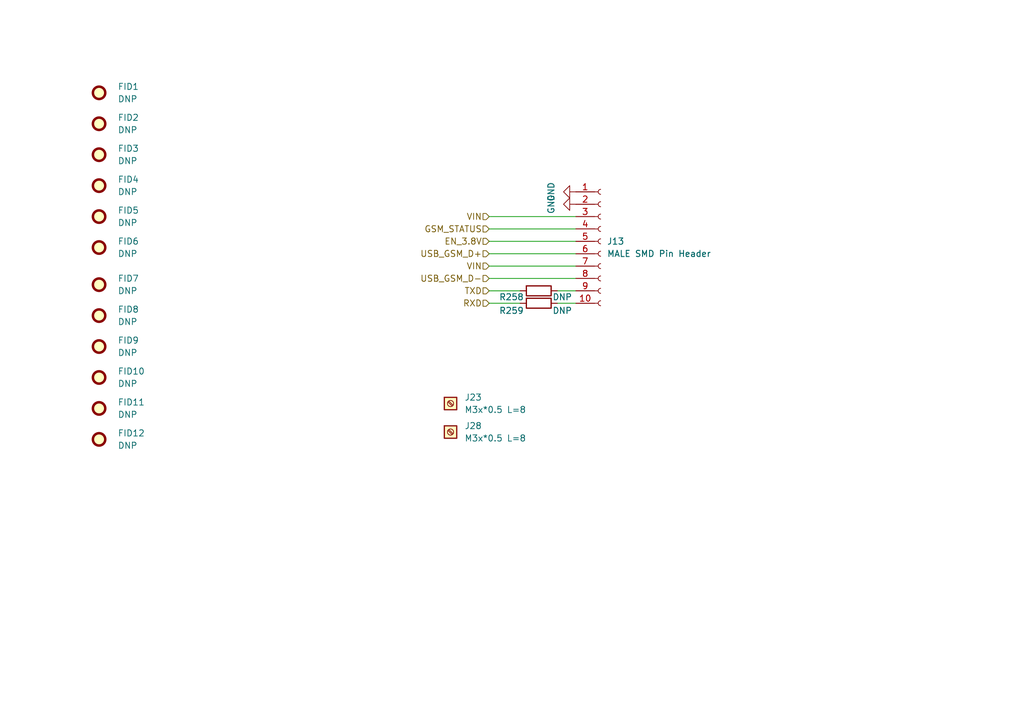
<source format=kicad_sch>
(kicad_sch (version 20231120) (generator "eeschema") (generator_version "8.0")
  (paper "A5")
  (title_block (company "SmartEQ Information Technologies"))
  (lib_symbols
    (symbol "Connector:Conn_01x10_Socket" (pin_names (offset 1.016) hide)
      (property "Reference" "J" (at 0 12.7 0))
      (property "Value" "Conn_01x10_Socket" (at 0 -15.24 0))
      (symbol "Conn_01x10_Socket_1_1"
        (arc (start 0 -12.192) (mid -0.5058 -12.7) (end 0 -13.208) (stroke (width 0.1524)))
        (arc (start 0 -9.652) (mid -0.5058 -10.16) (end 0 -10.668) (stroke (width 0.1524)))
        (arc (start 0 -7.112) (mid -0.5058 -7.62) (end 0 -8.128) (stroke (width 0.1524)))
        (arc (start 0 -4.572) (mid -0.5058 -5.08) (end 0 -5.588) (stroke (width 0.1524)))
        (arc (start 0 -2.032) (mid -0.5058 -2.54) (end 0 -3.048) (stroke (width 0.1524)))
        (polyline (pts (xy -1.27 -12.7) (xy -0.508 -12.7)) (stroke (width 0.1524)))
        (polyline (pts (xy -1.27 -10.16) (xy -0.508 -10.16)) (stroke (width 0.1524)))
        (polyline (pts (xy -1.27 -7.62) (xy -0.508 -7.62)) (stroke (width 0.1524)))
        (polyline (pts (xy -1.27 -5.08) (xy -0.508 -5.08)) (stroke (width 0.1524)))
        (polyline (pts (xy -1.27 -2.54) (xy -0.508 -2.54)) (stroke (width 0.1524)))
        (polyline (pts (xy -1.27 0) (xy -0.508 0)) (stroke (width 0.1524)))
        (polyline (pts (xy -1.27 2.54) (xy -0.508 2.54)) (stroke (width 0.1524)))
        (polyline (pts (xy -1.27 5.08) (xy -0.508 5.08)) (stroke (width 0.1524)))
        (polyline (pts (xy -1.27 7.62) (xy -0.508 7.62)) (stroke (width 0.1524)))
        (polyline (pts (xy -1.27 10.16) (xy -0.508 10.16)) (stroke (width 0.1524)))
        (arc (start 0 0.508) (mid -0.5058 0) (end 0 -0.508) (stroke (width 0.1524)))
        (arc (start 0 3.048) (mid -0.5058 2.54) (end 0 2.032) (stroke (width 0.1524)))
        (arc (start 0 5.588) (mid -0.5058 5.08) (end 0 4.572) (stroke (width 0.1524)))
        (arc (start 0 8.128) (mid -0.5058 7.62) (end 0 7.112) (stroke (width 0.1524)))
        (arc (start 0 10.668) (mid -0.5058 10.16) (end 0 9.652) (stroke (width 0.1524)))
        (pin passive line (at -5.08 10.16 0) (length 3.81) (name "Pin_1") (number "1"))
        (pin passive line (at -5.08 -12.7 0) (length 3.81) (name "Pin_10") (number "10"))
        (pin passive line (at -5.08 7.62 0) (length 3.81) (name "Pin_2") (number "2"))
        (pin passive line (at -5.08 5.08 0) (length 3.81) (name "Pin_3") (number "3"))
        (pin passive line (at -5.08 2.54 0) (length 3.81) (name "Pin_4") (number "4"))
        (pin passive line (at -5.08 0 0) (length 3.81) (name "Pin_5") (number "5"))
        (pin passive line (at -5.08 -2.54 0) (length 3.81) (name "Pin_6") (number "6"))
        (pin passive line (at -5.08 -5.08 0) (length 3.81) (name "Pin_7") (number "7"))
        (pin passive line (at -5.08 -7.62 0) (length 3.81) (name "Pin_8") (number "8"))
        (pin passive line (at -5.08 -10.16 0) (length 3.81) (name "Pin_9") (number "9"))
      )
    )
    (symbol "Connector:Screw_Terminal_01x01" (pin_names (offset 1.016) hide)
      (property "Reference" "J23" (at 2.8515 1.2701 0))
      (property "Value" "M3x*0.5 L=8" (at 2.8515 -1.2699 0))
      (symbol "Screw_Terminal_01x01_1_1"
        (rectangle (start -1.27 1.27) (end 1.27 -1.27) (stroke (width 0.254)) (fill (type background)))
        (polyline (pts (xy -0.5334 0.3302) (xy 0.3302 -0.508)) (stroke (width 0.1524)))
        (polyline (pts (xy -0.3556 0.508) (xy 0.508 -0.3302)) (stroke (width 0.1524)))
        (circle (center 0 0) (radius 0.635) (stroke (width 0.1524)))
      )
    )
    (symbol "Device:R" (pin_numbers hide) (pin_names (offset 0))
      (property "Reference" "R" (at 2.032 0 90))
      (property "Value" "R" (at 0 0 90))
      (symbol "R_0_1"
        (rectangle (start -1.016 -2.54) (end 1.016 2.54) (stroke (width 0.254)))
      )
      (symbol "R_1_1"
        (pin passive line (at 0 3.81 270) (length 1.27) (name "~") (number "1"))
        (pin passive line (at 0 -3.81 90) (length 1.27) (name "~") (number "2"))
      )
    )
    (symbol "Mechanical:Fiducial"
      (property "Reference" "FID" (at 0 5.08 0))
      (property "Value" "Fiducial" (at 0 3.175 0))
      (symbol "Fiducial_0_1"
        (circle (center 0 0) (radius 1.27) (stroke (width 0.508)) (fill (type background)))
      )
    )
    (symbol "Screw_Terminal_01x01_1" (pin_names (offset 1.016) hide)
      (property "Reference" "J28" (at 2.8515 1.2701 0))
      (property "Value" "M3x*0.5 L=8" (at 2.8515 -1.2699 0))
      (symbol "Screw_Terminal_01x01_1_1_1"
        (rectangle (start -1.27 1.27) (end 1.27 -1.27) (stroke (width 0.254)) (fill (type background)))
        (polyline (pts (xy -0.5334 0.3302) (xy 0.3302 -0.508)) (stroke (width 0.1524)))
        (polyline (pts (xy -0.3556 0.508) (xy 0.508 -0.3302)) (stroke (width 0.1524)))
        (circle (center 0 0) (radius 0.635) (stroke (width 0.1524)))
      )
    )
    (symbol "power:GND" (power) (pin_names (offset 0))
      (property "Value" "GND" (at 0 -3.81 0))
      (symbol "GND_0_1"
        (polyline (pts (xy 0 0) (xy 0 -1.27) (xy 1.27 -1.27) (xy 0 -2.54) (xy -1.27 -1.27) (xy 0 -1.27)))
      )
      (symbol "GND_1_1"
        (pin power_in line (at 0 0 270) (length 0) hide (name "GND") (number "1"))
      )
    )
  )
  (wire (pts (xy 100.33 44.45) (xy 118.11 44.45)))
  (wire (pts (xy 100.33 54.61) (xy 118.11 54.61)))
  (wire (pts (xy 114.3 62.23) (xy 118.11 62.23)))
  (wire (pts (xy 100.33 49.53) (xy 118.11 49.53)))
  (wire (pts (xy 100.33 46.99) (xy 118.11 46.99)))
  (wire (pts (xy 114.3 59.69) (xy 118.11 59.69)))
  (wire (pts (xy 100.33 52.07) (xy 118.11 52.07)))
  (wire (pts (xy 100.33 57.15) (xy 118.11 57.15)))
  (wire (pts (xy 100.33 59.69) (xy 106.68 59.69)))
  (wire (pts (xy 100.33 62.23) (xy 106.68 62.23)))
  (hierarchical_label "EN_3.8V" (shape input) (at 100.33 49.53 180))
  (hierarchical_label "VIN" (shape input) (at 100.33 44.45 180))
  (hierarchical_label "RXD" (shape input) (at 100.33 62.23 180))
  (hierarchical_label "TXD" (shape input) (at 100.33 59.69 180))
  (hierarchical_label "VIN" (shape input) (at 100.33 54.61 180))
  (hierarchical_label "GSM_STATUS" (shape input) (at 100.33 46.99 180))
  (hierarchical_label "USB_GSM_D+" (shape input) (at 100.33 52.07 180))
  (hierarchical_label "USB_GSM_D-" (shape input) (at 100.33 57.15 180))
  (symbol (lib_id "Mechanical:Fiducial") (at 20.32 25.4 0) (unit 1)
    (property "Reference" "FID2" (at 24.13 24.1299 0) (effects (justify left)))
    (property "Value" "DNP" (at 24.13 26.6699 0) (effects (justify left)))
    (property "Footprint" "Fiducial:Fiducial_0.5mm_Mask1mm" (effects (hide yes)))
    (property "Description" "Fiducial Marker" (effects (hide yes)))
  )
  (symbol (lib_id "Connector:Conn_01x10_Socket") (at 123.19 49.53 0) (unit 1)
    (property "Reference" "J13" (at 124.46 49.5299 0) (effects (justify left)))
    (property "Value" "MALE SMD Pin Header" (at 124.46 52.0699 0) (effects (justify left)))
    (property "Footprint" "Connector_PinSocket_2.00mm:PinSocket_2x05_P2.00mm_Vertical_SMD" (effects (hide yes)))
    (property "Description" "Generic connector, single row, 01x10, script generated" (effects (hide yes)))
    (property "MPN" "2.0mm 2*5p 贴片排针" (effects (hide yes)))
  )
  (symbol (lib_id "Mechanical:Fiducial") (at 20.32 77.47 0) (unit 1)
    (property "Reference" "FID10" (at 24.13 76.1999 0) (effects (justify left)))
    (property "Value" "DNP" (at 24.13 78.7399 0) (effects (justify left)))
    (property "Footprint" "Fiducial:Fiducial_0.5mm_Mask1mm" (effects (hide yes)))
    (property "Description" "Fiducial Marker" (effects (hide yes)))
  )
  (symbol (lib_id "Device:R") (at 110.49 62.23 270) (unit 1)
    (property "Reference" "R259" (at 104.902 63.754 90))
    (property "Value" "DNP" (at 115.316 63.754 90))
    (property "Footprint" "Resistor_SMD:R_0603_1608Metric" (effects (hide yes)))
  )
  (symbol (lib_id "Mechanical:Fiducial") (at 20.32 58.42 0) (unit 1)
    (property "Reference" "FID7" (at 24.13 57.1499 0) (effects (justify left)))
    (property "Value" "DNP" (at 24.13 59.6899 0) (effects (justify left)))
    (property "Footprint" "Fiducial:Fiducial_0.5mm_Mask1mm" (effects (hide yes)))
    (property "Description" "Fiducial Marker" (effects (hide yes)))
  )
  (symbol (lib_name "Screw_Terminal_01x01_1") (lib_id "Connector:Screw_Terminal_01x01") (at 92.3985 88.667 0) (unit 1)
    (property "Reference" "J28" (at 95.25 87.3969 0) (effects (justify left)))
    (property "Value" "M3x*0.5 L=8" (at 95.25 89.9369 0) (effects (justify left)))
    (property "Footprint" "HDMI 2.0 TX:Screw Terminal Shinbo" (effects (hide yes)))
    (property "Description" "Board mounting elevator    M3 hole size, 4 pins PCB-64-M3" (effects (hide yes)))
    (property "MPN" "SMTSO-M3-8ET" (effects (hide yes)))
  )
  (symbol (lib_id "Mechanical:Fiducial") (at 20.32 44.45 0) (unit 1)
    (property "Reference" "FID5" (at 24.13 43.1799 0) (effects (justify left)))
    (property "Value" "DNP" (at 24.13 45.7199 0) (effects (justify left)))
    (property "Footprint" "Fiducial:Fiducial_0.5mm_Mask1mm" (effects (hide yes)))
    (property "Description" "Fiducial Marker" (effects (hide yes)))
  )
  (symbol (lib_id "Mechanical:Fiducial") (at 20.32 90.17 0) (unit 1)
    (property "Reference" "FID12" (at 24.13 88.8999 0) (effects (justify left)))
    (property "Value" "DNP" (at 24.13 91.4399 0) (effects (justify left)))
    (property "Footprint" "Fiducial:Fiducial_0.5mm_Mask1mm" (effects (hide yes)))
    (property "Description" "Fiducial Marker" (effects (hide yes)))
  )
  (symbol (lib_id "Mechanical:Fiducial") (at 20.32 31.75 0) (unit 1)
    (property "Reference" "FID3" (at 24.13 30.4799 0) (effects (justify left)))
    (property "Value" "DNP" (at 24.13 33.0199 0) (effects (justify left)))
    (property "Footprint" "Fiducial:Fiducial_0.5mm_Mask1mm" (effects (hide yes)))
    (property "Description" "Fiducial Marker" (effects (hide yes)))
  )
  (symbol (lib_id "power:GND") (at 118.11 39.37 270) (unit 1)
    (property "Reference" "#PWR0142" (effects (hide yes)))
    (property "Value" "GND" (at 113.03 39.37 0))
  )
  (symbol (lib_id "Device:R") (at 110.49 59.69 270) (unit 1)
    (property "Reference" "R258" (at 104.902 60.96 90))
    (property "Value" "DNP" (at 115.316 60.96 90))
    (property "Footprint" "Resistor_SMD:R_0603_1608Metric" (effects (hide yes)))
  )
  (symbol (lib_id "power:GND") (at 118.11 41.91 270) (unit 1)
    (property "Reference" "#PWR05" (effects (hide yes)))
    (property "Value" "GND" (at 113.03 41.91 0))
  )
  (symbol (lib_id "Connector:Screw_Terminal_01x01") (at 92.3985 82.8168 0) (unit 1)
    (property "Reference" "J23" (at 95.25 81.5467 0) (effects (justify left)))
    (property "Value" "M3x*0.5 L=8" (at 95.25 84.0867 0) (effects (justify left)))
    (property "Footprint" "HDMI 2.0 TX:Screw Terminal Shinbo" (effects (hide yes)))
    (property "Description" "Board mounting elevator    M3 hole size, 4 pins PCB-64-M3" (effects (hide yes)))
    (property "MPN" "SMTSO-M3-8ET" (effects (hide yes)))
  )
  (symbol (lib_id "Mechanical:Fiducial") (at 20.32 38.1 0) (unit 1)
    (property "Reference" "FID4" (at 24.13 36.8299 0) (effects (justify left)))
    (property "Value" "DNP" (at 24.13 39.3699 0) (effects (justify left)))
    (property "Footprint" "Fiducial:Fiducial_0.5mm_Mask1mm" (effects (hide yes)))
    (property "Description" "Fiducial Marker" (effects (hide yes)))
  )
  (symbol (lib_id "Mechanical:Fiducial") (at 20.32 50.8 0) (unit 1)
    (property "Reference" "FID6" (at 24.13 49.5299 0) (effects (justify left)))
    (property "Value" "DNP" (at 24.13 52.0699 0) (effects (justify left)))
    (property "Footprint" "Fiducial:Fiducial_0.5mm_Mask1mm" (effects (hide yes)))
    (property "Description" "Fiducial Marker" (effects (hide yes)))
  )
  (symbol (lib_id "Mechanical:Fiducial") (at 20.32 64.77 0) (unit 1)
    (property "Reference" "FID8" (at 24.13 63.4999 0) (effects (justify left)))
    (property "Value" "DNP" (at 24.13 66.0399 0) (effects (justify left)))
    (property "Footprint" "Fiducial:Fiducial_0.5mm_Mask1mm" (effects (hide yes)))
    (property "Description" "Fiducial Marker" (effects (hide yes)))
  )
  (symbol (lib_id "Mechanical:Fiducial") (at 20.32 71.12 0) (unit 1)
    (property "Reference" "FID9" (at 24.13 69.8499 0) (effects (justify left)))
    (property "Value" "DNP" (at 24.13 72.3899 0) (effects (justify left)))
    (property "Footprint" "Fiducial:Fiducial_0.5mm_Mask1mm" (effects (hide yes)))
    (property "Description" "Fiducial Marker" (effects (hide yes)))
  )
  (symbol (lib_id "Mechanical:Fiducial") (at 20.32 83.82 0) (unit 1)
    (property "Reference" "FID11" (at 24.13 82.5499 0) (effects (justify left)))
    (property "Value" "DNP" (at 24.13 85.0899 0) (effects (justify left)))
    (property "Footprint" "Fiducial:Fiducial_0.5mm_Mask1mm" (effects (hide yes)))
    (property "Description" "Fiducial Marker" (effects (hide yes)))
  )
  (symbol (lib_id "Mechanical:Fiducial") (at 20.32 19.05 0) (unit 1)
    (property "Reference" "FID1" (at 24.13 17.7799 0) (effects (justify left)))
    (property "Value" "DNP" (at 24.13 20.3199 0) (effects (justify left)))
    (property "Footprint" "Fiducial:Fiducial_0.5mm_Mask1mm" (effects (hide yes)))
    (property "Description" "Fiducial Marker" (effects (hide yes)))
  )
)
</source>
